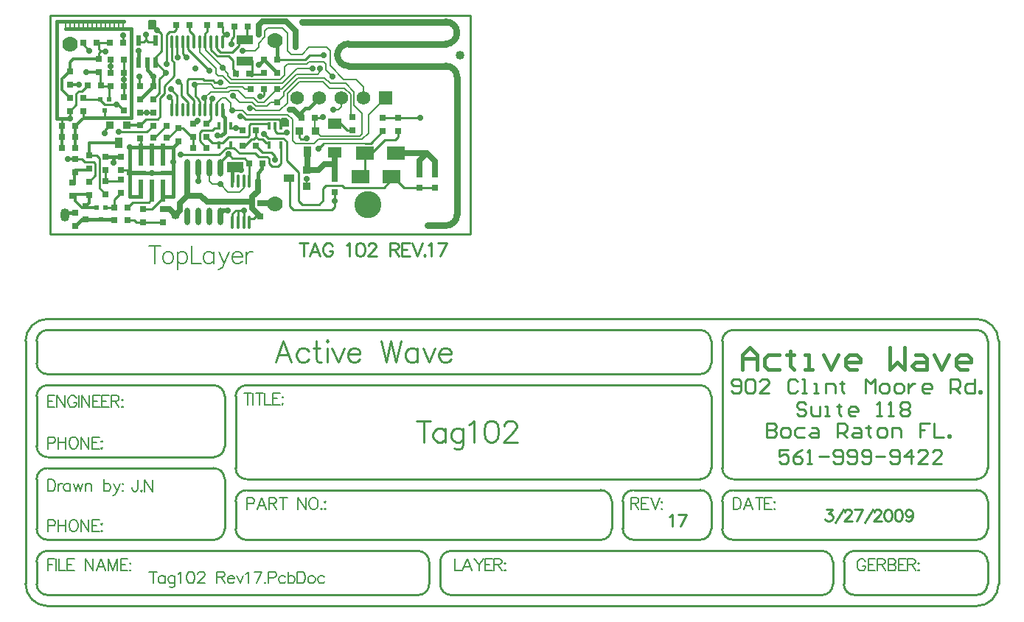
<source format=gtl>
%FSLAX23Y23*%
%MOIN*%
G70*
G01*
G75*
G04 Layer_Physical_Order=1*
G04 Layer_Color=255*
%ADD10C,0.030*%
%ADD11R,0.030X0.030*%
%ADD12R,0.074X0.045*%
%ADD13C,0.040*%
%ADD14R,0.020X0.050*%
%ADD15O,0.016X0.060*%
%ADD16R,0.024X0.024*%
%ADD17O,0.016X0.060*%
%ADD18R,0.030X0.030*%
%ADD19R,0.024X0.100*%
%ADD20R,0.024X0.090*%
%ADD21R,0.070X0.024*%
%ADD22R,0.090X0.024*%
%ADD23O,0.024X0.080*%
%ADD24R,0.075X0.043*%
%ADD25R,0.014X0.035*%
%ADD26R,0.014X0.035*%
%ADD27R,0.050X0.036*%
%ADD28R,0.036X0.036*%
%ADD29R,0.036X0.036*%
%ADD30R,0.036X0.050*%
%ADD31R,0.063X0.051*%
%ADD32R,0.080X0.060*%
%ADD33C,0.010*%
%ADD34C,0.014*%
%ADD35C,0.006*%
%ADD36C,0.016*%
%ADD37C,0.015*%
%ADD38C,0.025*%
%ADD39C,0.012*%
%ADD40C,0.008*%
%ADD41C,0.020*%
%ADD42C,0.005*%
%ADD43C,0.009*%
%ADD44C,0.062*%
%ADD45R,0.062X0.062*%
%ADD46O,0.040X0.060*%
%ADD47C,0.070*%
%ADD48C,0.122*%
%ADD49C,0.028*%
D10*
X-64Y-773D02*
G03*
X-14Y-723I0J50D01*
G01*
Y-100D02*
G03*
X-64Y-50I-50J0D01*
G01*
X-555Y0D02*
G03*
X-505Y-50I50J0D01*
G01*
Y50D02*
G03*
X-555Y0I0J-50D01*
G01*
X-64Y50D02*
G03*
X-14Y100I0J50D01*
G01*
D02*
G03*
X-64Y150I-50J0D01*
G01*
X-146Y-773D02*
X-64D01*
X-14Y-723D02*
Y-100D01*
X-505Y-50D02*
X-64D01*
X-505Y50D02*
X-64D01*
X-714Y150D02*
X-64D01*
D11*
X-280Y-285D02*
D03*
Y-345D02*
D03*
X-1739Y-774D02*
D03*
Y-714D02*
D03*
X-1677Y-455D02*
D03*
Y-515D02*
D03*
X-1678Y-575D02*
D03*
Y-635D02*
D03*
X-1533Y-565D02*
D03*
Y-625D02*
D03*
X-1433Y-699D02*
D03*
Y-759D02*
D03*
X-1343Y-699D02*
D03*
Y-759D02*
D03*
X-487Y-280D02*
D03*
Y-340D02*
D03*
X-1692Y-685D02*
D03*
Y-745D02*
D03*
X-1764Y-194D02*
D03*
Y-254D02*
D03*
X-1634Y-19D02*
D03*
Y-79D02*
D03*
X-1521Y-191D02*
D03*
Y-251D02*
D03*
X-1752Y-579D02*
D03*
Y-639D02*
D03*
X-350Y-285D02*
D03*
Y-345D02*
D03*
X-1764Y-134D02*
D03*
Y-74D02*
D03*
X-1704Y-194D02*
D03*
Y-254D02*
D03*
X-1739Y-471D02*
D03*
Y-531D02*
D03*
X-1532Y-520D02*
D03*
Y-460D02*
D03*
X-1602Y-520D02*
D03*
Y-460D02*
D03*
Y-631D02*
D03*
Y-571D02*
D03*
X-1447Y-318D02*
D03*
Y-378D02*
D03*
X-1275Y-330D02*
D03*
Y-390D02*
D03*
X-1387Y-260D02*
D03*
Y-200D02*
D03*
X-1447Y-260D02*
D03*
Y-200D02*
D03*
X-887Y-80D02*
D03*
Y-20D02*
D03*
X-828Y-80D02*
D03*
Y-20D02*
D03*
X-827Y-155D02*
D03*
Y-215D02*
D03*
X-902Y-673D02*
D03*
Y-733D02*
D03*
X-567Y-560D02*
D03*
Y-620D02*
D03*
X-185Y-540D02*
D03*
Y-600D02*
D03*
X-115Y-540D02*
D03*
Y-600D02*
D03*
D12*
X-1017Y-508D02*
D03*
D13*
X0Y0D02*
D03*
X-1287Y-724D02*
D03*
D14*
X-1452Y-35D02*
D03*
Y65D02*
D03*
X-1377D02*
D03*
X-1415Y-35D02*
D03*
X-1377D02*
D03*
D15*
X-1229Y-247D02*
D03*
X-1177Y60D02*
D03*
X-1075Y-247D02*
D03*
X-1229Y60D02*
D03*
X-1126D02*
D03*
X-1203Y-247D02*
D03*
X-1177D02*
D03*
X-1152Y60D02*
D03*
X-1126Y-247D02*
D03*
X-1101D02*
D03*
X-1075Y60D02*
D03*
X-1305D02*
D03*
X-1280Y-247D02*
D03*
X-1203Y60D02*
D03*
X-1101D02*
D03*
X-1254D02*
D03*
X-1280D02*
D03*
X-1305Y-247D02*
D03*
X-1152D02*
D03*
X-1254D02*
D03*
D16*
X-1606Y-252D02*
D03*
X-1587Y-201D02*
D03*
X-1626D02*
D03*
X-1622Y-744D02*
D03*
X-1603Y-693D02*
D03*
X-1642D02*
D03*
D17*
X-1029Y-572D02*
D03*
X-1003Y-759D02*
D03*
X-978D02*
D03*
X-1029D02*
D03*
X-952Y-572D02*
D03*
X-978D02*
D03*
X-952Y-759D02*
D03*
X-1003Y-572D02*
D03*
D18*
X-1739Y-371D02*
D03*
X-1799D02*
D03*
X-1739Y-421D02*
D03*
X-1799D02*
D03*
X-923Y-411D02*
D03*
X-983D02*
D03*
Y-341D02*
D03*
X-923D02*
D03*
X-1327Y-375D02*
D03*
X-1387D02*
D03*
X-1522Y55D02*
D03*
X-1582D02*
D03*
X-892Y-490D02*
D03*
X-952D02*
D03*
X-1223Y134D02*
D03*
X-1283D02*
D03*
X-1082Y135D02*
D03*
X-1142D02*
D03*
X-947Y-155D02*
D03*
X-887D02*
D03*
X-1208Y-313D02*
D03*
X-1148D02*
D03*
X-1683Y-138D02*
D03*
X-1623D02*
D03*
X-953Y-85D02*
D03*
X-1013D02*
D03*
X-1563Y-749D02*
D03*
X-1503D02*
D03*
X-1147Y-370D02*
D03*
X-1207D02*
D03*
X-1739Y-322D02*
D03*
X-1799D02*
D03*
X-1147Y-420D02*
D03*
X-1207D02*
D03*
X-960Y129D02*
D03*
X-1020D02*
D03*
X-1521Y-141D02*
D03*
X-1581D02*
D03*
X-1504Y-692D02*
D03*
X-1564D02*
D03*
X-1581Y-81D02*
D03*
X-1521D02*
D03*
X-1581Y-23D02*
D03*
X-1521D02*
D03*
X-1327Y-320D02*
D03*
X-1387D02*
D03*
X-1447Y-140D02*
D03*
X-1387D02*
D03*
X-1642Y55D02*
D03*
X-1702D02*
D03*
X-717Y-285D02*
D03*
X-657D02*
D03*
D19*
X-1392Y-614D02*
D03*
X-1342D02*
D03*
X-1343Y-451D02*
D03*
X-1392Y-452D02*
D03*
X-1442D02*
D03*
D20*
Y-609D02*
D03*
D21*
X-1320Y-536D02*
D03*
D22*
X-1462Y-536D02*
D03*
D23*
X-1085Y-731D02*
D03*
X-1185Y-511D02*
D03*
X-1085D02*
D03*
X-1135D02*
D03*
X-1235D02*
D03*
X-1135Y-731D02*
D03*
X-1185D02*
D03*
X-1235D02*
D03*
D24*
X-972Y67D02*
D03*
Y-27D02*
D03*
D25*
X-1090Y-322D02*
D03*
X-1064D02*
D03*
X-1090Y-408D02*
D03*
X-1038D02*
D03*
X-863Y-322D02*
D03*
X-837D02*
D03*
X-863Y-408D02*
D03*
X-811D02*
D03*
D26*
X-1038Y-322D02*
D03*
X-811D02*
D03*
D27*
X-772Y-557D02*
D03*
D28*
X-692Y-520D02*
D03*
Y-595D02*
D03*
D29*
X-652Y-345D02*
D03*
X-727D02*
D03*
X-1582Y-318D02*
D03*
X-1507D02*
D03*
D30*
X-689Y-439D02*
D03*
X-1545Y-398D02*
D03*
D31*
X-568Y-311D02*
D03*
Y-441D02*
D03*
D32*
X-430Y-445D02*
D03*
X-290D02*
D03*
X-310Y-550D02*
D03*
X-450D02*
D03*
D33*
X-280Y-285D02*
X-180D01*
X-350D02*
X-280D01*
X-185Y-600D02*
X-115D01*
X-255D02*
X-185D01*
X-1090Y-398D02*
X-1073D01*
X-1119D02*
X-1090D01*
X-1417Y-260D02*
X-1387D01*
X-1447D02*
X-1417D01*
X-1038Y-420D02*
X-1023D01*
X-1058D02*
X-1038D01*
X-1126Y-247D02*
Y-204D01*
Y-291D02*
Y-247D01*
X-962Y129D02*
Y135D01*
Y77D02*
Y129D01*
X-1015Y-87D02*
X-1007Y-95D01*
X-887Y-88D02*
X-881D01*
X-940D02*
X-887D01*
X-941Y-27D02*
Y-26D01*
Y-85D02*
Y-27D01*
Y-87D02*
Y-85D01*
Y-95D02*
Y-89D01*
X-940Y-88D01*
X-945Y-93D02*
X-941Y-89D01*
X-947Y-95D02*
X-945Y-93D01*
X-1396Y138D02*
X-1370Y112D01*
X-567Y-662D02*
Y-620D01*
Y-687D02*
Y-662D01*
X-771Y-684D02*
Y-557D01*
X-1555Y-226D02*
X-1546D01*
X-1606D02*
X-1555D01*
X-1521Y-81D02*
Y-23D01*
Y-112D02*
Y-81D01*
Y-141D02*
Y-112D01*
Y-191D02*
Y-141D01*
X-1799Y-322D02*
Y-287D01*
Y-339D02*
Y-322D01*
X-1626Y-135D02*
X-1623Y-138D01*
X-1620Y-141D01*
X-828Y-355D02*
X-785D01*
X-1025Y129D02*
Y132D01*
Y81D02*
Y129D01*
X-1003Y-704D02*
X-1003Y-704D01*
X-1004Y-705D02*
X-1003Y-704D01*
Y-759D02*
Y-704D01*
X-1392Y-418D02*
X-1387Y-413D01*
X-1581Y-51D02*
Y-23D01*
Y-81D02*
Y-51D01*
X-1704Y55D02*
Y58D01*
Y47D02*
Y55D01*
X-1442Y-418D02*
Y-383D01*
X-1494Y-520D02*
X-1492Y-518D01*
X-1564Y-692D02*
Y-656D01*
Y-693D02*
Y-692D01*
X-1603Y-693D02*
X-1564D01*
X-1433Y-759D02*
X-1343D01*
X-1463D02*
X-1433D01*
X-692Y-381D02*
X-690Y-379D01*
X-719Y-381D02*
X-692D01*
X-1184Y-301D02*
X-1183Y-300D01*
X-1191Y-308D02*
X-1184Y-301D01*
X-1379Y62D02*
X-1377Y60D01*
X-1379Y65D02*
Y76D01*
Y62D02*
Y65D01*
Y58D02*
Y62D01*
X-1014Y-331D02*
X-983D01*
X-1038D02*
X-1014D01*
X-1454Y65D02*
Y76D01*
Y63D02*
Y65D01*
Y63D02*
X-1448Y57D01*
X-1152Y60D02*
Y99D01*
Y60D02*
Y60D01*
X-657Y-284D02*
X-625D01*
X-657D02*
X-657D01*
X-1038Y-330D02*
Y-322D01*
X-1065Y92D02*
X-1054D01*
X-727Y-373D02*
X-719Y-381D01*
X-727Y-373D02*
Y-345D01*
X-828Y-20D02*
X-699D01*
X-680Y-1D02*
X-620D01*
X-699Y-20D02*
X-680Y-1D01*
X-1003Y-704D02*
X-978D01*
X-1015Y-705D02*
X-1004D01*
X-1029Y-719D02*
X-1015Y-705D01*
X-1029Y-759D02*
Y-719D01*
X-998Y-445D02*
X-926D01*
X-910Y-461D01*
X-872D01*
X-625Y-284D02*
X-621Y-280D01*
X-641Y-424D02*
X-617Y-400D01*
X-568Y-311D02*
X-540D01*
X-511Y-340D01*
X-487D01*
X-1075Y60D02*
Y82D01*
X-1196Y-187D02*
X-1185Y-198D01*
X-1196Y-187D02*
Y-142D01*
X-1185Y-204D02*
Y-198D01*
X-1235Y-174D02*
Y-116D01*
Y-174D02*
X-1203Y-206D01*
X-1260Y-185D02*
Y-130D01*
Y-185D02*
X-1229Y-216D01*
X-1275Y-120D02*
X-1270D01*
X-1260Y-130D01*
X-1156Y-195D02*
X-1152Y-199D01*
Y-247D02*
Y-199D01*
X-1028Y-64D02*
X-1013Y-79D01*
Y-85D02*
Y-79D01*
X-1028Y-64D02*
Y-26D01*
X-941Y-87D02*
X-940Y-88D01*
X-581Y-701D02*
X-567Y-687D01*
X-771Y-684D02*
X-754Y-701D01*
X-581D01*
X-866Y-377D02*
X-799D01*
X-886Y-357D02*
X-866Y-377D01*
X-730Y-660D02*
X-713Y-677D01*
X-637D01*
X-785Y-478D02*
Y-391D01*
X-730Y-660D02*
Y-533D01*
X-785Y-478D02*
X-730Y-533D01*
X-637Y-677D02*
X-619Y-659D01*
Y-604D01*
X-607Y-592D01*
X-799Y-377D02*
X-785Y-391D01*
X-1038Y-243D02*
X-1031Y-250D01*
X-952Y-572D02*
Y-490D01*
X-1075Y102D02*
X-1065Y92D01*
X-1075Y82D02*
X-1065Y92D01*
X-1075Y102D02*
Y128D01*
X-902Y-188D02*
X-893D01*
X-887Y-182D01*
Y-155D01*
X-1085Y-486D02*
X-1048Y-449D01*
X-1263Y-452D02*
X-1090D01*
X-1126Y-204D02*
X-1119Y-197D01*
X-1101Y-247D02*
Y-218D01*
X-821Y-290D02*
X-811Y-300D01*
Y-322D02*
Y-300D01*
X-972Y-27D02*
X-951D01*
X-943Y-35D01*
X-1101Y29D02*
Y60D01*
X-1082Y135D02*
X-1075Y128D01*
X-1145Y132D02*
X-1142Y135D01*
X-1145Y106D02*
Y132D01*
X-1152Y99D02*
X-1145Y106D01*
X-1603Y17D02*
X-1602Y16D01*
X-1625Y17D02*
X-1603D01*
X-1642Y55D02*
X-1582D01*
X-1634Y-19D02*
Y9D01*
Y26D02*
X-1625Y17D01*
X-1634Y9D02*
X-1625Y17D01*
X-1634Y26D02*
Y48D01*
X-1709Y-164D02*
X-1683Y-138D01*
X-1724Y-164D02*
X-1709D01*
X-1736Y-176D02*
X-1724Y-164D01*
X-1736Y-226D02*
Y-176D01*
X-1764Y-254D02*
X-1736Y-226D01*
X-978Y-759D02*
Y-704D01*
X-1504Y-692D02*
X-1480Y-668D01*
X-1407D01*
X-1392Y-653D01*
Y-634D01*
X-1564Y-656D02*
X-1533Y-625D01*
X-1602Y-571D02*
X-1539D01*
X-1533Y-565D01*
X-1602Y-571D02*
Y-520D01*
X-1532Y-460D02*
X-1532Y-460D01*
Y-520D02*
X-1494D01*
X-1457Y60D02*
X-1454Y63D01*
X-1568Y-744D02*
X-1563Y-749D01*
X-1503D02*
X-1473D01*
X-1463Y-759D01*
X-932Y-741D02*
X-924Y-733D01*
X-1447Y-378D02*
X-1442Y-383D01*
X-1606Y-356D02*
Y-342D01*
X-1582Y-318D01*
X-1626Y-206D02*
Y-201D01*
X-1546Y-226D02*
X-1521Y-251D01*
X-1626Y-206D02*
X-1606Y-226D01*
X-1587Y-201D02*
Y-147D01*
X-1581Y-141D01*
X-1620D02*
X-1581D01*
X-1626Y-135D02*
Y-87D01*
X-1634Y-79D02*
X-1626Y-87D01*
X-1642Y55D02*
X-1634Y48D01*
X-1704Y47D02*
X-1677Y20D01*
X-1380Y57D02*
X-1379Y58D01*
X-1683Y-139D02*
Y-138D01*
X-1764Y-287D02*
Y-254D01*
X-1451Y-136D02*
X-1447Y-140D01*
X-1451Y-136D02*
Y-98D01*
X-1524Y63D02*
Y89D01*
X-1704Y-194D02*
X-1697Y-201D01*
X-1626D01*
X-1387Y-375D02*
X-1382D01*
X-1327Y-320D01*
X-1416Y-349D02*
X-1387Y-320D01*
X-1543Y-349D02*
X-1416D01*
X-1544Y-348D02*
X-1543Y-349D01*
X-1207Y-420D02*
Y-370D01*
X-1085Y-511D02*
Y-486D01*
X-1178Y-389D02*
X-1147Y-420D01*
Y-370D02*
X-1119Y-398D01*
X-1447Y-318D02*
X-1419Y-290D01*
X-975Y-467D02*
X-952Y-490D01*
X-1048Y-449D02*
X-1030Y-467D01*
X-975D01*
X-923Y-411D02*
X-894Y-440D01*
X-1023Y-420D02*
X-998Y-445D01*
X-1090Y-452D02*
X-1058Y-420D01*
X-1073Y-398D02*
X-1047Y-372D01*
X-863Y-321D02*
Y-311D01*
Y-321D02*
X-863Y-322D01*
X-952Y-317D02*
X-946Y-311D01*
X-863D01*
X-959Y-372D02*
X-952Y-365D01*
X-1047Y-372D02*
X-959D01*
X-952Y-365D02*
Y-317D01*
X-983Y-411D02*
X-972D01*
X-942Y-381D01*
X-933D01*
X-923Y-371D01*
Y-341D01*
X-1178Y-389D02*
Y-352D01*
X-1167Y-341D01*
X-1111Y-332D02*
X-1090D01*
Y-322D01*
X-1090Y-322D01*
X-1120Y-341D02*
X-1111Y-332D01*
X-1167Y-341D02*
X-1120D01*
X-1148Y-313D02*
X-1126Y-291D01*
X-1208Y-313D02*
X-1203Y-308D01*
X-1191D01*
X-924Y-733D02*
X-902D01*
X-1126Y22D02*
Y60D01*
X-1098Y-6D02*
X-1048D01*
X-1028Y-26D01*
X-1126Y22D02*
X-1098Y-6D01*
X-1280Y-9D02*
Y60D01*
X-1254Y5D02*
Y60D01*
Y5D02*
X-1238Y-11D01*
X-1356Y-279D02*
Y-194D01*
X-995Y-277D02*
X-983D01*
X-970Y-290D01*
X-821D01*
X-911Y-383D02*
X-893D01*
X-923Y-371D02*
X-911Y-383D01*
X-893D02*
X-878Y-398D01*
X-863D01*
X-811Y-408D02*
X-810Y-410D01*
X-872Y-461D02*
X-864Y-469D01*
X-894Y-440D02*
X-855D01*
X-837Y-475D02*
Y-458D01*
X-855Y-440D02*
X-837Y-458D01*
Y-346D02*
Y-322D01*
Y-346D02*
X-828Y-355D01*
X-1328Y91D02*
X-1314Y105D01*
X-1292D01*
X-1283Y114D01*
Y134D01*
X-1203Y60D02*
Y89D01*
X-1223Y109D02*
Y134D01*
Y109D02*
X-1203Y89D01*
X-1109Y-124D02*
X-1085D01*
X-1118Y-115D02*
X-1109Y-124D01*
X-1308Y-156D02*
X-1280Y-184D01*
Y-247D02*
Y-184D01*
X-1203Y-247D02*
Y-206D01*
X-1177Y-247D02*
Y-212D01*
X-1185Y-204D02*
X-1177Y-212D01*
X-827Y-158D02*
Y-155D01*
X-1235Y-116D02*
X-1228Y-109D01*
X-1162D01*
X-1156Y-115D01*
X-1118D01*
X-1305Y-23D02*
X-1293Y-35D01*
X-1305Y-23D02*
Y60D01*
X-1328Y-40D02*
Y91D01*
X-1020Y129D02*
X-1016D01*
X-1433Y-699D02*
X-1394D01*
X-1346Y-651D02*
Y-647D01*
X-1342Y-643D01*
X-1394Y-699D02*
X-1346Y-651D01*
X-1035Y49D02*
Y71D01*
X-1025Y81D01*
X-1420Y67D02*
Y92D01*
Y67D02*
X-1411Y58D01*
X-1429D02*
X-1420Y67D01*
X-1411Y58D02*
X-1380D01*
X-1448D02*
X-1429D01*
X-952Y-741D02*
X-932D01*
X-1630Y-603D02*
X-1602Y-631D01*
X-1642Y-455D02*
X-1630Y-467D01*
X-1677Y-455D02*
X-1642D01*
X-1630Y-603D02*
Y-467D01*
X-1678Y-575D02*
X-1649Y-546D01*
Y-492D01*
X-1656Y-485D02*
X-1649Y-492D01*
X-1697Y-485D02*
X-1656D01*
X-1711Y-471D02*
X-1697Y-485D01*
X-1739Y-471D02*
X-1711D01*
X-1101Y29D02*
X-1085Y13D01*
X-1031D01*
X-1001Y43D02*
Y62D01*
X-996Y67D01*
X-972D01*
X-1031Y13D02*
X-1001Y43D01*
X-1215Y-370D02*
X-1207D01*
X-1255Y-330D02*
X-1215Y-370D01*
X-1275Y-330D02*
X-1255D01*
X-1327Y-375D02*
X-1320D01*
X-1275Y-330D01*
X-1305Y-247D02*
Y-203D01*
X-1315Y-193D02*
X-1305Y-203D01*
X-1229Y24D02*
Y60D01*
Y24D02*
X-1135Y-70D01*
X-1229Y-247D02*
Y-216D01*
X-1293Y-95D02*
Y-35D01*
X-1338Y-140D02*
X-1293Y-95D01*
X-1338Y-176D02*
Y-140D01*
X-1356Y-194D02*
X-1338Y-176D01*
X-1367Y-290D02*
X-1356Y-279D01*
X-1419Y-290D02*
X-1367D01*
X-1387Y-200D02*
X-1359Y-172D01*
X-1368Y113D02*
X-1350Y95D01*
X-1369Y113D02*
X-1368D01*
X-1350Y17D02*
Y95D01*
X-1377Y-10D02*
X-1350Y17D01*
X-1377Y-35D02*
Y-10D01*
Y-35D02*
X-1375D01*
X-1330Y-80D01*
X-1359Y-172D02*
Y-109D01*
X-1330Y-80D01*
X-1606Y-284D02*
X-1606Y-284D01*
X-1606Y-284D02*
Y-252D01*
Y-284D02*
X-1606Y-284D01*
X-1704Y-281D02*
Y-254D01*
Y-281D02*
X-1701Y-284D01*
X-533Y-592D02*
X-525Y-600D01*
X-345D01*
X-310Y-565D01*
Y-550D01*
X-607Y-592D02*
X-533D01*
X-310Y-550D02*
X-305D01*
X-255Y-600D01*
X-430Y-400D02*
X-405D01*
X-350Y-345D01*
X-430Y-445D02*
X-400D01*
X-340Y-385D01*
X-295D01*
X-280Y-370D01*
Y-345D01*
X-430Y-530D02*
Y-445D01*
X-450Y-550D02*
X-430Y-530D01*
X-864Y-490D02*
Y-469D01*
X-810Y-490D02*
Y-410D01*
X-825Y-505D02*
X-810Y-490D01*
X-849Y-505D02*
X-825D01*
X-864Y-490D02*
X-849Y-505D01*
X-840Y-673D02*
X-837Y-676D01*
X-1854Y-811D02*
Y178D01*
Y-811D02*
X48D01*
X-1854Y178D02*
X48D01*
Y-811D02*
Y178D01*
X-706Y-852D02*
Y-912D01*
X-726Y-852D02*
X-686D01*
X-633Y-912D02*
X-656Y-852D01*
X-679Y-912D01*
X-670Y-892D02*
X-642D01*
X-576Y-866D02*
X-579Y-861D01*
X-585Y-855D01*
X-591Y-852D01*
X-602D01*
X-608Y-855D01*
X-613Y-861D01*
X-616Y-866D01*
X-619Y-875D01*
Y-889D01*
X-616Y-898D01*
X-613Y-903D01*
X-608Y-909D01*
X-602Y-912D01*
X-591D01*
X-585Y-909D01*
X-579Y-903D01*
X-576Y-898D01*
Y-889D01*
X-591D02*
X-576D01*
X-515Y-863D02*
X-510Y-861D01*
X-501Y-852D01*
Y-912D01*
X-454Y-852D02*
X-463Y-855D01*
X-469Y-863D01*
X-471Y-878D01*
Y-886D01*
X-469Y-901D01*
X-463Y-909D01*
X-454Y-912D01*
X-449D01*
X-440Y-909D01*
X-434Y-901D01*
X-431Y-886D01*
Y-878D01*
X-434Y-863D01*
X-440Y-855D01*
X-449Y-852D01*
X-454D01*
X-415Y-866D02*
Y-863D01*
X-412Y-858D01*
X-409Y-855D01*
X-404Y-852D01*
X-392D01*
X-387Y-855D01*
X-384Y-858D01*
X-381Y-863D01*
Y-869D01*
X-384Y-875D01*
X-390Y-883D01*
X-418Y-912D01*
X-378D01*
X-318Y-852D02*
Y-912D01*
Y-852D02*
X-292D01*
X-283Y-855D01*
X-280Y-858D01*
X-278Y-863D01*
Y-869D01*
X-280Y-875D01*
X-283Y-878D01*
X-292Y-881D01*
X-318D01*
X-298D02*
X-278Y-912D01*
X-227Y-852D02*
X-264D01*
Y-912D01*
X-227D01*
X-264Y-881D02*
X-241D01*
X-217Y-852D02*
X-194Y-912D01*
X-171Y-852D02*
X-194Y-912D01*
X-161Y-906D02*
X-164Y-909D01*
X-161Y-912D01*
X-158Y-909D01*
X-161Y-906D01*
X-145Y-863D02*
X-139Y-861D01*
X-130Y-852D01*
Y-912D01*
X-61Y-852D02*
X-89Y-912D01*
X-101Y-852D02*
X-61D01*
X2385Y-2020D02*
G03*
X2336Y-1971I-49J0D01*
G01*
X1235D02*
G03*
X1185Y-2021I0J-50D01*
G01*
X2335Y-1921D02*
G03*
X2385Y-1871I0J50D01*
G01*
X1185D02*
G03*
X1235Y-1921I50J0D01*
G01*
X-1865Y-1196D02*
G03*
X-1965Y-1296I0J-100D01*
G01*
Y-2395D02*
G03*
X-1866Y-2496I101J0D01*
G01*
X2335Y-2496D02*
G03*
X2435Y-2396I0J100D01*
G01*
Y-1296D02*
G03*
X2335Y-1196I-100J0D01*
G01*
X2385Y-1295D02*
G03*
X2334Y-1246I-49J0D01*
G01*
X2335Y-2196D02*
G03*
X2385Y-2146I0J50D01*
G01*
X2385Y-2295D02*
G03*
X2335Y-2246I-50J-1D01*
G01*
Y-2446D02*
G03*
X2385Y-2396I0J50D01*
G01*
X1085Y-2196D02*
G03*
X1135Y-2146I0J50D01*
G01*
X1185Y-2147D02*
G03*
X1235Y-2196I49J0D01*
G01*
X1135Y-2020D02*
G03*
X1086Y-1971I-49J0D01*
G01*
X-1915Y-2396D02*
G03*
X-1866Y-2446I50J0D01*
G01*
X1086Y-1921D02*
G03*
X1135Y-1871I-1J50D01*
G01*
X-1865Y-2246D02*
G03*
X-1915Y-2296I0J-50D01*
G01*
X1135Y-1546D02*
G03*
X1085Y-1496I-50J0D01*
G01*
Y-1446D02*
G03*
X1135Y-1396I0J50D01*
G01*
X1235Y-1246D02*
G03*
X1185Y-1296I0J-50D01*
G01*
X1135D02*
G03*
X1085Y-1246I-50J0D01*
G01*
X-1865D02*
G03*
X-1915Y-1296I0J-50D01*
G01*
Y-1396D02*
G03*
X-1865Y-1446I50J0D01*
G01*
Y-1496D02*
G03*
X-1915Y-1546I0J-50D01*
G01*
Y-1771D02*
G03*
X-1865Y-1821I50J0D01*
G01*
Y-1871D02*
G03*
X-1915Y-1921I0J-50D01*
G01*
Y-2146D02*
G03*
X-1866Y-2196I50J0D01*
G01*
X-965Y-1496D02*
G03*
X-1015Y-1546I0J-50D01*
G01*
X-965Y-1971D02*
G03*
X-1015Y-2021I0J-50D01*
G01*
X783Y-1971D02*
G03*
X735Y-2022I0J-48D01*
G01*
X735Y-2145D02*
G03*
X785Y-2196I51J0D01*
G01*
X636Y-2196D02*
G03*
X685Y-2146I0J49D01*
G01*
X685Y-2020D02*
G03*
X636Y-1971I-49J0D01*
G01*
X-1114Y-2196D02*
G03*
X-1065Y-2147I0J49D01*
G01*
X-1015D02*
G03*
X-966Y-2196I49J0D01*
G01*
X-1015Y-1872D02*
G03*
X-966Y-1921I49J0D01*
G01*
X-1065Y-1920D02*
G03*
X-1116Y-1871I-49J0D01*
G01*
X-1113Y-1821D02*
G03*
X-1065Y-1773I0J48D01*
G01*
Y-1545D02*
G03*
X-1114Y-1496I-49J0D01*
G01*
X1785Y-2246D02*
G03*
X1735Y-2296I0J-50D01*
G01*
Y-2397D02*
G03*
X1785Y-2446I49J0D01*
G01*
X1636Y-2446D02*
G03*
X1685Y-2397I1J48D01*
G01*
X1685Y-2296D02*
G03*
X1635Y-2246I-50J0D01*
G01*
X-90Y-2396D02*
G03*
X-41Y-2446I50J0D01*
G01*
X-40Y-2246D02*
G03*
X-90Y-2296I0J-50D01*
G01*
X-189Y-2446D02*
G03*
X-140Y-2397I1J48D01*
G01*
X-140Y-2296D02*
G03*
X-190Y-2246I-50J0D01*
G01*
X2385Y-2146D02*
Y-2020D01*
X1185Y-2146D02*
Y-2021D01*
X2385Y-1871D02*
Y-1296D01*
X1185Y-1871D02*
Y-1296D01*
X-1965Y-2396D02*
Y-1296D01*
X-1915Y-2396D02*
Y-2296D01*
X2385Y-2396D02*
Y-2296D01*
X1135Y-2146D02*
Y-2021D01*
X735Y-2146D02*
Y-2021D01*
X-1015Y-2146D02*
Y-2021D01*
X685Y-2146D02*
Y-2021D01*
X-1015Y-1871D02*
Y-1546D01*
X1135Y-1871D02*
Y-1546D01*
Y-1396D02*
Y-1296D01*
X-1915Y-1396D02*
Y-1296D01*
X-1065Y-1771D02*
Y-1546D01*
X-1915Y-1771D02*
Y-1546D01*
X-1065Y-2146D02*
Y-1921D01*
X-1915Y-2146D02*
Y-1921D01*
X2435Y-2396D02*
Y-1296D01*
X1735Y-2396D02*
Y-2296D01*
X1685Y-2396D02*
Y-2296D01*
X-90Y-2396D02*
Y-2296D01*
X-140Y-2396D02*
Y-2296D01*
X1235Y-1971D02*
X2335D01*
X1235Y-1921D02*
X2335D01*
X-965D02*
X1085D01*
X1235Y-1246D02*
X2335D01*
X1235Y-2196D02*
X2335D01*
X785Y-1971D02*
X1085D01*
X785Y-2196D02*
X1085D01*
X-965D02*
X635D01*
X-965Y-1971D02*
X635D01*
X-965Y-1496D02*
X1085D01*
X-1865Y-1446D02*
X1085D01*
X-1865Y-1496D02*
X-1115D01*
X-1865Y-1821D02*
X-1115D01*
X-1865Y-1871D02*
X-1115D01*
X-1865Y-2196D02*
X-1115D01*
X-1865Y-1196D02*
X2335D01*
X-1865Y-2496D02*
X2335D01*
X-1865Y-1246D02*
X1085D01*
X1785Y-2246D02*
X2335D01*
X1785Y-2446D02*
X2335D01*
X-40Y-2246D02*
X1635D01*
X-1865D02*
X-190D01*
X-1865Y-2446D02*
X-190D01*
X-40D02*
X1635D01*
X1564Y-1583D02*
X1554Y-1572D01*
X1532D01*
X1522Y-1583D01*
Y-1593D01*
X1532Y-1604D01*
X1554D01*
X1564Y-1615D01*
Y-1625D01*
X1554Y-1636D01*
X1532D01*
X1522Y-1625D01*
X1586Y-1593D02*
Y-1625D01*
X1596Y-1636D01*
X1628D01*
Y-1593D01*
X1649Y-1636D02*
X1671D01*
X1660D01*
Y-1593D01*
X1649D01*
X1713Y-1583D02*
Y-1593D01*
X1703D01*
X1724D01*
X1713D01*
Y-1625D01*
X1724Y-1636D01*
X1788D02*
X1767D01*
X1756Y-1625D01*
Y-1604D01*
X1767Y-1593D01*
X1788D01*
X1799Y-1604D01*
Y-1615D01*
X1756D01*
X1884Y-1636D02*
X1905D01*
X1895D01*
Y-1572D01*
X1884Y-1583D01*
X1937Y-1636D02*
X1959D01*
X1948D01*
Y-1572D01*
X1937Y-1583D01*
X1991D02*
X2001Y-1572D01*
X2023D01*
X2033Y-1583D01*
Y-1593D01*
X2023Y-1604D01*
X2033Y-1615D01*
Y-1625D01*
X2023Y-1636D01*
X2001D01*
X1991Y-1625D01*
Y-1615D01*
X2001Y-1604D01*
X1991Y-1593D01*
Y-1583D01*
X2001Y-1604D02*
X2023D01*
X1484Y-1787D02*
X1442D01*
Y-1819D01*
X1463Y-1808D01*
X1474D01*
X1484Y-1819D01*
Y-1840D01*
X1474Y-1851D01*
X1452D01*
X1442Y-1840D01*
X1548Y-1787D02*
X1527Y-1798D01*
X1506Y-1819D01*
Y-1840D01*
X1516Y-1851D01*
X1537D01*
X1548Y-1840D01*
Y-1830D01*
X1537Y-1819D01*
X1506D01*
X1569Y-1851D02*
X1591D01*
X1580D01*
Y-1787D01*
X1569Y-1798D01*
X1623Y-1819D02*
X1665D01*
X1687Y-1840D02*
X1697Y-1851D01*
X1719D01*
X1729Y-1840D01*
Y-1798D01*
X1719Y-1787D01*
X1697D01*
X1687Y-1798D01*
Y-1808D01*
X1697Y-1819D01*
X1729D01*
X1751Y-1840D02*
X1761Y-1851D01*
X1783D01*
X1793Y-1840D01*
Y-1798D01*
X1783Y-1787D01*
X1761D01*
X1751Y-1798D01*
Y-1808D01*
X1761Y-1819D01*
X1793D01*
X1815Y-1840D02*
X1825Y-1851D01*
X1847D01*
X1857Y-1840D01*
Y-1798D01*
X1847Y-1787D01*
X1825D01*
X1815Y-1798D01*
Y-1808D01*
X1825Y-1819D01*
X1857D01*
X1879D02*
X1921D01*
X1943Y-1840D02*
X1953Y-1851D01*
X1975D01*
X1985Y-1840D01*
Y-1798D01*
X1975Y-1787D01*
X1953D01*
X1943Y-1798D01*
Y-1808D01*
X1953Y-1819D01*
X1985D01*
X2039Y-1851D02*
Y-1787D01*
X2007Y-1819D01*
X2049D01*
X2113Y-1851D02*
X2071D01*
X2113Y-1808D01*
Y-1798D01*
X2103Y-1787D01*
X2081D01*
X2071Y-1798D01*
X2177Y-1851D02*
X2135D01*
X2177Y-1808D01*
Y-1798D01*
X2167Y-1787D01*
X2145D01*
X2135Y-1798D01*
X1227Y-1520D02*
X1237Y-1531D01*
X1259D01*
X1269Y-1520D01*
Y-1478D01*
X1259Y-1467D01*
X1237D01*
X1227Y-1478D01*
Y-1488D01*
X1237Y-1499D01*
X1269D01*
X1291Y-1478D02*
X1301Y-1467D01*
X1322D01*
X1333Y-1478D01*
Y-1520D01*
X1322Y-1531D01*
X1301D01*
X1291Y-1520D01*
Y-1478D01*
X1397Y-1531D02*
X1354D01*
X1397Y-1488D01*
Y-1478D01*
X1386Y-1467D01*
X1365D01*
X1354Y-1478D01*
X1525D02*
X1514Y-1467D01*
X1493D01*
X1482Y-1478D01*
Y-1520D01*
X1493Y-1531D01*
X1514D01*
X1525Y-1520D01*
X1546Y-1531D02*
X1568D01*
X1557D01*
Y-1467D01*
X1546D01*
X1600Y-1531D02*
X1621D01*
X1610D01*
Y-1488D01*
X1600D01*
X1653Y-1531D02*
Y-1488D01*
X1685D01*
X1696Y-1499D01*
Y-1531D01*
X1728Y-1478D02*
Y-1488D01*
X1717D01*
X1738D01*
X1728D01*
Y-1520D01*
X1738Y-1531D01*
X1834D02*
Y-1467D01*
X1856Y-1488D01*
X1877Y-1467D01*
Y-1531D01*
X1909D02*
X1930D01*
X1941Y-1520D01*
Y-1499D01*
X1930Y-1488D01*
X1909D01*
X1898Y-1499D01*
Y-1520D01*
X1909Y-1531D01*
X1973D02*
X1994D01*
X2005Y-1520D01*
Y-1499D01*
X1994Y-1488D01*
X1973D01*
X1962Y-1499D01*
Y-1520D01*
X1973Y-1531D01*
X2026Y-1488D02*
Y-1531D01*
Y-1510D01*
X2037Y-1499D01*
X2048Y-1488D01*
X2058D01*
X2122Y-1531D02*
X2101D01*
X2090Y-1520D01*
Y-1499D01*
X2101Y-1488D01*
X2122D01*
X2133Y-1499D01*
Y-1510D01*
X2090D01*
X2218Y-1531D02*
Y-1467D01*
X2250D01*
X2261Y-1478D01*
Y-1499D01*
X2250Y-1510D01*
X2218D01*
X2240D02*
X2261Y-1531D01*
X2325Y-1467D02*
Y-1531D01*
X2293D01*
X2282Y-1520D01*
Y-1499D01*
X2293Y-1488D01*
X2325D01*
X2346Y-1531D02*
Y-1520D01*
X2357D01*
Y-1531D01*
X2346D01*
X1387Y-1667D02*
Y-1731D01*
X1419D01*
X1429Y-1720D01*
Y-1710D01*
X1419Y-1699D01*
X1387D01*
X1419D01*
X1429Y-1688D01*
Y-1678D01*
X1419Y-1667D01*
X1387D01*
X1461Y-1731D02*
X1482D01*
X1493Y-1720D01*
Y-1699D01*
X1482Y-1688D01*
X1461D01*
X1451Y-1699D01*
Y-1720D01*
X1461Y-1731D01*
X1557Y-1688D02*
X1525D01*
X1514Y-1699D01*
Y-1720D01*
X1525Y-1731D01*
X1557D01*
X1589Y-1688D02*
X1610D01*
X1621Y-1699D01*
Y-1731D01*
X1589D01*
X1578Y-1720D01*
X1589Y-1710D01*
X1621D01*
X1706Y-1731D02*
Y-1667D01*
X1738D01*
X1749Y-1678D01*
Y-1699D01*
X1738Y-1710D01*
X1706D01*
X1728D02*
X1749Y-1731D01*
X1781Y-1688D02*
X1802D01*
X1813Y-1699D01*
Y-1731D01*
X1781D01*
X1770Y-1720D01*
X1781Y-1710D01*
X1813D01*
X1845Y-1678D02*
Y-1688D01*
X1834D01*
X1856D01*
X1845D01*
Y-1720D01*
X1856Y-1731D01*
X1898D02*
X1920D01*
X1930Y-1720D01*
Y-1699D01*
X1920Y-1688D01*
X1898D01*
X1888Y-1699D01*
Y-1720D01*
X1898Y-1731D01*
X1952D02*
Y-1688D01*
X1984D01*
X1994Y-1699D01*
Y-1731D01*
X2122Y-1667D02*
X2080D01*
Y-1699D01*
X2101D01*
X2080D01*
Y-1731D01*
X2144Y-1667D02*
Y-1731D01*
X2186D01*
X2208D02*
Y-1720D01*
X2218D01*
Y-1731D01*
X2208D01*
X48Y-811D02*
Y178D01*
X-1854D02*
X48D01*
X-1854Y-811D02*
X48D01*
X-1854D02*
Y178D01*
D34*
X-1739Y-371D02*
Y-322D01*
Y-421D02*
Y-371D01*
X-1799D02*
Y-322D01*
Y-421D02*
Y-371D01*
X-1689Y-79D02*
X-1634D01*
X-1799Y-159D02*
X-1764Y-194D01*
X-1799Y-159D02*
Y-109D01*
X-1764Y-74D01*
Y-34D01*
X-1749Y-19D01*
X-1634D01*
X-1764Y-134D02*
X-1722D01*
X-1739Y-322D02*
X-1701Y-284D01*
D35*
X-1583Y119D02*
Y152D01*
X-1563Y119D02*
Y152D01*
X-1603Y119D02*
Y152D01*
X-1523Y119D02*
Y152D01*
X-1543Y119D02*
Y152D01*
X-1663Y119D02*
Y152D01*
X-1703Y119D02*
Y152D01*
X-1623Y119D02*
Y152D01*
X-1643Y119D02*
Y152D01*
X-1683Y119D02*
Y152D01*
X-1723Y119D02*
Y152D01*
X-1743Y119D02*
Y152D01*
X-1763Y119D02*
Y152D01*
X-1783Y119D02*
Y152D01*
D36*
X-1523Y119D02*
X-1487D01*
X-1543D02*
X-1523D01*
X-1563D02*
X-1543D01*
X-1583D02*
X-1563D01*
X-1603D02*
X-1583D01*
X-1623D02*
X-1603D01*
X-1643D02*
X-1623D01*
X-1663D02*
X-1643D01*
X-1683D02*
X-1663D01*
X-1703D02*
X-1683D01*
X-1723D02*
X-1703D01*
X-1743D02*
X-1723D01*
X-1763D02*
X-1743D01*
X-1783D02*
X-1763D01*
X-1523Y152D02*
X-1520D01*
X-1543D02*
X-1523D01*
X-1563D02*
X-1543D01*
X-1583D02*
X-1563D01*
X-1603D02*
X-1583D01*
X-1623D02*
X-1603D01*
X-1643D02*
X-1623D01*
X-1663D02*
X-1643D01*
X-1683D02*
X-1663D01*
X-1703D02*
X-1683D01*
X-1723D02*
X-1703D01*
X-1743D02*
X-1723D01*
X-1763D02*
X-1743D01*
X-1783D02*
X-1763D01*
X-1824D02*
X-1783D01*
X-1799Y-287D02*
X-1764D01*
X-1824D02*
X-1799D01*
X-1487Y-284D02*
Y119D01*
X-1824Y-287D02*
Y152D01*
X-1029Y-508D02*
X-1017D01*
X-1029Y-572D02*
Y-508D01*
X-1606Y-284D02*
X-1487D01*
X-1701D02*
X-1606D01*
D37*
X-887Y-21D02*
X-828Y-80D01*
X-887Y-21D02*
X-887Y-20D01*
X-911Y-44D02*
X-887Y-21D01*
X-1064Y-322D02*
Y-286D01*
Y-350D02*
Y-322D01*
X-1343Y-418D02*
X-1297D01*
X-1392D02*
X-1343D01*
X-1442D02*
X-1392D01*
X-1442D02*
X-1442D01*
X-1492D02*
X-1442D01*
X-1297Y-485D02*
Y-418D01*
Y-536D02*
Y-485D01*
Y-643D02*
Y-536D01*
X-1320Y-536D02*
X-1312D01*
X-1392D02*
X-1320D01*
X-1462D02*
X-1392D01*
X-1474D02*
X-1462D01*
X-1342Y-643D02*
X-1297D01*
X-1392Y-438D02*
Y-418D01*
X-1492Y-518D02*
Y-418D01*
Y-536D02*
Y-518D01*
Y-643D02*
Y-536D01*
Y-643D02*
X-1442D01*
X-1622Y-744D02*
X-1568D01*
X-1692D02*
X-1622D01*
X-1567Y-489D02*
Y-460D01*
X-1532D01*
X-1602D02*
X-1567D01*
X-1776Y-714D02*
X-1739D01*
Y-774D02*
X-1710Y-745D01*
X-1692D01*
X-717Y-258D02*
X-701Y-242D01*
X-683D01*
X-637Y-196D01*
X-717Y-285D02*
Y-258D01*
X-1079Y-365D02*
X-1064Y-350D01*
X-1097Y-365D02*
X-1079D01*
X-828Y-20D02*
Y54D01*
X-897Y-516D02*
Y-495D01*
X-892Y-490D01*
X-915Y-534D02*
X-897Y-516D01*
X-838Y64D02*
X-828Y54D01*
X-1447Y-200D02*
X-1387Y-140D01*
X-1185Y-573D02*
Y-511D01*
X-1185Y-573D02*
X-1185Y-573D01*
X-1454Y-24D02*
Y18D01*
X-915Y-573D02*
X-915Y-534D01*
X-1415Y-69D02*
X-1386Y-98D01*
X-1387Y-140D02*
Y-99D01*
X-1386Y-98D01*
X-1415Y-69D02*
Y-35D01*
X-1075Y-275D02*
Y-247D01*
Y-275D02*
X-1064Y-286D01*
X-1275Y-396D02*
Y-390D01*
X-1297Y-418D02*
X-1275Y-396D01*
X1277Y-1426D02*
Y-1359D01*
X1310Y-1326D01*
X1343Y-1359D01*
Y-1426D01*
Y-1376D01*
X1277D01*
X1443Y-1359D02*
X1393D01*
X1376Y-1376D01*
Y-1409D01*
X1393Y-1426D01*
X1443D01*
X1493Y-1343D02*
Y-1359D01*
X1476D01*
X1510D01*
X1493D01*
Y-1409D01*
X1510Y-1426D01*
X1560D02*
X1593D01*
X1576D01*
Y-1359D01*
X1560D01*
X1643D02*
X1676Y-1426D01*
X1710Y-1359D01*
X1793Y-1426D02*
X1760D01*
X1743Y-1409D01*
Y-1376D01*
X1760Y-1359D01*
X1793D01*
X1810Y-1376D01*
Y-1393D01*
X1743D01*
X1943Y-1326D02*
Y-1426D01*
X1976Y-1393D01*
X2010Y-1426D01*
Y-1326D01*
X2060Y-1359D02*
X2093D01*
X2110Y-1376D01*
Y-1426D01*
X2060D01*
X2043Y-1409D01*
X2060Y-1393D01*
X2110D01*
X2143Y-1359D02*
X2176Y-1426D01*
X2210Y-1359D01*
X2293Y-1426D02*
X2260D01*
X2243Y-1409D01*
Y-1376D01*
X2260Y-1359D01*
X2293D01*
X2310Y-1376D01*
Y-1393D01*
X2243D01*
D38*
X-220Y-445D02*
X-151D01*
X-290D02*
X-220D01*
X-567Y-495D02*
Y-442D01*
Y-560D02*
Y-495D01*
X-615D02*
X-567D01*
X-939Y-665D02*
Y-642D01*
Y-696D02*
Y-665D01*
X-1144D02*
X-939D01*
X-1172Y-637D02*
X-1144Y-665D01*
X-755Y-247D02*
X-717Y-285D01*
X-770Y-247D02*
X-755D01*
X-892Y151D02*
X-786D01*
X-909Y92D02*
Y134D01*
X-892Y151D01*
X-744Y34D02*
Y109D01*
X-786Y151D02*
X-744Y109D01*
X-1235Y-637D02*
X-1172D01*
X-915Y-618D02*
Y-573D01*
X-1235Y-637D02*
Y-511D01*
X-939Y-642D02*
X-915Y-618D01*
X-939Y-696D02*
X-902Y-733D01*
X-1343Y-699D02*
X-1312D01*
X-1287Y-724D02*
X-1268Y-705D01*
Y-670D02*
X-1235Y-637D01*
X-1312Y-699D02*
X-1287Y-724D01*
X-1268Y-705D02*
Y-670D01*
X-115Y-540D02*
Y-481D01*
X-185Y-540D02*
Y-479D01*
X-151Y-445D01*
X-115Y-481D01*
X-902Y-673D02*
X-840D01*
X-692Y-520D02*
X-640D01*
X-615Y-495D01*
X-689Y-517D02*
Y-439D01*
X-692Y-520D02*
X-689Y-517D01*
X-568Y-441D02*
X-567Y-442D01*
D39*
X-1774Y-472D02*
X-1739D01*
X-1740Y-639D02*
Y-630D01*
Y-663D02*
Y-639D01*
X-1692Y-693D02*
X-1642D01*
X-1710D02*
X-1692D01*
X-1739Y-521D02*
X-1683D01*
X-1743Y-531D02*
Y-527D01*
Y-579D02*
Y-531D01*
Y-586D02*
Y-579D01*
X-1677Y-398D02*
X-1545D01*
X-1677Y-455D02*
Y-398D01*
X-1447Y-378D02*
X-1442Y-373D01*
X-1683Y-521D02*
X-1677Y-515D01*
X-1740Y-630D02*
X-1683D01*
X-1678Y-635D01*
X-1740Y-663D02*
X-1710Y-693D01*
X-1507Y-318D02*
X-1447D01*
X-1678Y-671D02*
Y-635D01*
X-1692Y-685D02*
X-1678Y-671D01*
D40*
X-657Y-340D02*
X-652Y-345D01*
X-630Y-367D01*
X-827Y-215D02*
X-826D01*
X-856D02*
X-827D01*
X-693Y-595D02*
Y-560D01*
Y-605D02*
Y-595D01*
X-685Y-31D02*
X-616D01*
X-606Y-41D01*
X-695D02*
X-685Y-31D01*
X-736Y-61D02*
X-668D01*
X-803Y-128D02*
X-736Y-61D01*
X-726Y-121D02*
X-619D01*
X-781Y-176D02*
X-726Y-121D01*
X-733Y-104D02*
X-613D01*
X-797Y-168D02*
X-733Y-104D01*
X-739Y-87D02*
X-643D01*
X-807Y-155D02*
X-739Y-87D01*
X-781Y-218D02*
Y-176D01*
X-797Y-186D02*
Y-168D01*
X-588Y-49D02*
Y18D01*
X-715Y3D02*
X-683Y35D01*
X-764Y3D02*
X-715D01*
X-683Y35D02*
X-605D01*
X-588Y18D01*
X-641Y-383D02*
X-443D01*
X-744Y-403D02*
X-661D01*
X-641Y-383D01*
X-758Y-389D02*
X-744Y-403D01*
X-998Y-620D02*
X-978Y-600D01*
Y-572D01*
X-630Y-367D02*
X-454D01*
X-445Y-358D01*
X-572Y-248D02*
X-550D01*
X-538Y-235D01*
Y-196D01*
X-657Y-340D02*
Y-285D01*
X-445Y-358D02*
Y-264D01*
X-777Y-323D02*
Y-297D01*
X-786Y-288D02*
X-777Y-297D01*
X-807Y-316D02*
X-777D01*
X-785Y-323D02*
Y-289D01*
X-780Y-323D02*
Y-294D01*
X-795Y-323D02*
Y-288D01*
X-790Y-323D02*
Y-288D01*
X-805Y-323D02*
Y-288D01*
X-800Y-323D02*
Y-288D01*
X-807Y-301D02*
X-777D01*
X-807Y-296D02*
X-778D01*
X-807Y-306D02*
X-777D01*
X-807Y-288D02*
X-786D01*
X-807Y-291D02*
X-783D01*
X-807Y-311D02*
X-777D01*
X-807Y-321D02*
X-777D01*
X-807Y-323D02*
Y-288D01*
Y-323D02*
X-777D01*
X-1128Y-167D02*
X-1048D01*
X-1156Y-195D02*
X-1128Y-167D01*
X-911Y53D02*
X-883Y81D01*
Y109D01*
X-871Y121D01*
X-804D01*
X-780Y97D01*
Y19D02*
Y97D01*
Y19D02*
X-764Y3D01*
X-588Y-49D02*
X-526Y-111D01*
X-471D01*
X-438Y-145D01*
Y-196D02*
Y-145D01*
X-588Y-129D02*
X-518D01*
X-480Y-167D01*
Y-229D02*
Y-167D01*
Y-229D02*
X-445Y-264D01*
X-495Y-272D02*
X-487Y-280D01*
X-495Y-272D02*
Y-177D01*
X-522Y-150D02*
X-495Y-177D01*
X-1061Y-194D02*
X-1038Y-217D01*
X-1101Y-218D02*
X-1077Y-194D01*
X-1061D01*
X-1038Y-243D02*
Y-217D01*
X-983Y-250D02*
X-962Y-271D01*
X-780D01*
X-758Y-293D01*
Y-389D02*
Y-293D01*
X-590Y-150D02*
X-522D01*
X-779Y-41D02*
X-695D01*
X-816Y-253D02*
X-781Y-218D01*
X-925Y-253D02*
X-816D01*
X-935Y-243D02*
X-925Y-253D01*
X-951Y-243D02*
X-935D01*
X-923Y-232D02*
X-873D01*
X-1027Y-186D02*
X-997Y-216D01*
X-939D01*
X-923Y-232D01*
X-873D02*
X-856Y-215D01*
X-826D02*
X-797Y-186D01*
X-1041Y-128D02*
X-803D01*
X-1034Y-112D02*
X-813D01*
X-793Y-92D01*
Y-55D01*
X-827Y-155D02*
X-807D01*
X-1075Y-59D02*
X-1050Y-84D01*
Y-96D02*
Y-84D01*
Y-96D02*
X-1034Y-112D01*
X-793Y-55D02*
X-779Y-41D01*
X-1051Y-144D02*
X-984D01*
X-973Y-155D01*
X-1058Y-151D02*
X-1051Y-144D01*
X-1109Y-151D02*
X-1058D01*
X-1048Y-167D02*
X-1041Y-160D01*
X-1005D01*
X-888Y-216D02*
X-827Y-155D01*
X-1005Y-160D02*
X-969Y-196D01*
X-934D01*
X-914Y-216D01*
X-888D01*
X-1198Y-133D02*
X-1127D01*
X-1109Y-151D01*
X-1201Y-136D02*
X-1198Y-133D01*
X-973Y-155D02*
X-947D01*
X-632Y-76D02*
Y-60D01*
X-643Y-87D02*
X-632Y-76D01*
X-606Y-68D02*
Y-41D01*
Y-68D02*
X-577Y-97D01*
X-619Y-121D02*
X-590Y-150D01*
X-613Y-104D02*
X-588Y-129D01*
X-1031Y-250D02*
X-983D01*
X-1407Y120D02*
X-1377D01*
X-1407D02*
Y155D01*
Y124D02*
X-1377D01*
X-1407Y134D02*
X-1377D01*
X-1407Y154D02*
X-1377D01*
X-1407Y155D02*
X-1377D01*
X-1407Y139D02*
X-1377D01*
X-1407Y149D02*
X-1377D01*
X-1385Y120D02*
Y155D01*
X-1390Y120D02*
Y155D01*
X-1377Y120D02*
Y155D01*
X-1380Y120D02*
Y155D01*
X-1400Y120D02*
Y155D01*
X-1405Y120D02*
Y155D01*
X-1407Y129D02*
X-1377D01*
X-1407Y144D02*
X-1377D01*
X-1395Y120D02*
Y155D01*
X-1151Y22D02*
Y60D01*
Y22D02*
X-1075Y-54D01*
Y-59D02*
Y-54D01*
X-911Y36D02*
Y53D01*
X-985Y20D02*
X-927D01*
X-911Y36D01*
X-1177Y12D02*
Y60D01*
X-1105Y-85D02*
X-1095Y-95D01*
X-1074D01*
X-1041Y-128D01*
X-1177Y12D02*
X-1105Y-60D01*
Y-85D02*
Y-60D01*
X-414Y-273D02*
X-338Y-196D01*
X-443Y-383D02*
X-414Y-354D01*
Y-273D01*
X-617Y-400D02*
X-430D01*
X-1050Y-620D02*
X-998D01*
X-1085Y-585D02*
X-1050Y-620D01*
X-1120Y-585D02*
X-1085D01*
X-1135Y-570D02*
X-1120Y-585D01*
X-1135Y-570D02*
Y-511D01*
X-1135Y-511D01*
X-1381Y-865D02*
Y-945D01*
X-1408Y-865D02*
X-1355D01*
X-1326Y-892D02*
X-1334Y-895D01*
X-1341Y-903D01*
X-1345Y-915D01*
Y-922D01*
X-1341Y-934D01*
X-1334Y-941D01*
X-1326Y-945D01*
X-1315D01*
X-1307Y-941D01*
X-1299Y-934D01*
X-1296Y-922D01*
Y-915D01*
X-1299Y-903D01*
X-1307Y-895D01*
X-1315Y-892D01*
X-1326D01*
X-1278D02*
Y-972D01*
Y-903D02*
X-1271Y-895D01*
X-1263Y-892D01*
X-1251D01*
X-1244Y-895D01*
X-1236Y-903D01*
X-1232Y-915D01*
Y-922D01*
X-1236Y-934D01*
X-1244Y-941D01*
X-1251Y-945D01*
X-1263D01*
X-1271Y-941D01*
X-1278Y-934D01*
X-1215Y-865D02*
Y-945D01*
X-1170D01*
X-1115Y-892D02*
Y-945D01*
Y-903D02*
X-1123Y-895D01*
X-1130Y-892D01*
X-1142D01*
X-1149Y-895D01*
X-1157Y-903D01*
X-1161Y-915D01*
Y-922D01*
X-1157Y-934D01*
X-1149Y-941D01*
X-1142Y-945D01*
X-1130D01*
X-1123Y-941D01*
X-1115Y-934D01*
X-1090Y-892D02*
X-1067Y-945D01*
X-1044Y-892D02*
X-1067Y-945D01*
X-1075Y-960D01*
X-1082Y-968D01*
X-1090Y-972D01*
X-1094D01*
X-1031Y-915D02*
X-985D01*
Y-907D01*
X-989Y-899D01*
X-993Y-895D01*
X-1000Y-892D01*
X-1012D01*
X-1020Y-895D01*
X-1027Y-903D01*
X-1031Y-915D01*
Y-922D01*
X-1027Y-934D01*
X-1020Y-941D01*
X-1012Y-945D01*
X-1000D01*
X-993Y-941D01*
X-985Y-934D01*
X-968Y-892D02*
Y-945D01*
Y-915D02*
X-964Y-903D01*
X-957Y-895D01*
X-949Y-892D01*
X-938D01*
X-1457Y-1924D02*
Y-1965D01*
X-1459Y-1972D01*
X-1462Y-1975D01*
X-1467Y-1977D01*
X-1472D01*
X-1477Y-1975D01*
X-1480Y-1972D01*
X-1482Y-1965D01*
Y-1959D01*
X-1440Y-1972D02*
X-1443Y-1975D01*
X-1440Y-1977D01*
X-1438Y-1975D01*
X-1440Y-1972D01*
X-1426Y-1924D02*
Y-1977D01*
Y-1924D02*
X-1391Y-1977D01*
Y-1924D02*
Y-1977D01*
D41*
X-1085Y-720D02*
X-1070Y-705D01*
X-1050D01*
X-1085Y-731D02*
Y-720D01*
D42*
X-1388Y-2340D02*
Y-2393D01*
X-1406Y-2340D02*
X-1370D01*
X-1334Y-2357D02*
Y-2393D01*
Y-2365D02*
X-1339Y-2360D01*
X-1344Y-2357D01*
X-1351D01*
X-1356Y-2360D01*
X-1362Y-2365D01*
X-1364Y-2373D01*
Y-2378D01*
X-1362Y-2385D01*
X-1356Y-2390D01*
X-1351Y-2393D01*
X-1344D01*
X-1339Y-2390D01*
X-1334Y-2385D01*
X-1289Y-2357D02*
Y-2398D01*
X-1291Y-2406D01*
X-1294Y-2408D01*
X-1299Y-2411D01*
X-1307D01*
X-1312Y-2408D01*
X-1289Y-2365D02*
X-1294Y-2360D01*
X-1299Y-2357D01*
X-1307D01*
X-1312Y-2360D01*
X-1317Y-2365D01*
X-1319Y-2373D01*
Y-2378D01*
X-1317Y-2385D01*
X-1312Y-2390D01*
X-1307Y-2393D01*
X-1299D01*
X-1294Y-2390D01*
X-1289Y-2385D01*
X-1275Y-2350D02*
X-1270Y-2347D01*
X-1262Y-2340D01*
Y-2393D01*
X-1220Y-2340D02*
X-1228Y-2342D01*
X-1233Y-2350D01*
X-1236Y-2363D01*
Y-2370D01*
X-1233Y-2383D01*
X-1228Y-2390D01*
X-1220Y-2393D01*
X-1215D01*
X-1208Y-2390D01*
X-1203Y-2383D01*
X-1200Y-2370D01*
Y-2363D01*
X-1203Y-2350D01*
X-1208Y-2342D01*
X-1215Y-2340D01*
X-1220D01*
X-1186Y-2352D02*
Y-2350D01*
X-1183Y-2345D01*
X-1181Y-2342D01*
X-1175Y-2340D01*
X-1165D01*
X-1160Y-2342D01*
X-1158Y-2345D01*
X-1155Y-2350D01*
Y-2355D01*
X-1158Y-2360D01*
X-1163Y-2368D01*
X-1188Y-2393D01*
X-1153D01*
X-1099Y-2340D02*
Y-2393D01*
Y-2340D02*
X-1076D01*
X-1068Y-2342D01*
X-1066Y-2345D01*
X-1063Y-2350D01*
Y-2355D01*
X-1066Y-2360D01*
X-1068Y-2363D01*
X-1076Y-2365D01*
X-1099D01*
X-1081D02*
X-1063Y-2393D01*
X-1051Y-2373D02*
X-1021D01*
Y-2368D01*
X-1023Y-2363D01*
X-1026Y-2360D01*
X-1031Y-2357D01*
X-1039D01*
X-1044Y-2360D01*
X-1049Y-2365D01*
X-1051Y-2373D01*
Y-2378D01*
X-1049Y-2385D01*
X-1044Y-2390D01*
X-1039Y-2393D01*
X-1031D01*
X-1026Y-2390D01*
X-1021Y-2385D01*
X-1009Y-2357D02*
X-994Y-2393D01*
X-979Y-2357D02*
X-994Y-2393D01*
X-970Y-2350D02*
X-965Y-2347D01*
X-958Y-2340D01*
Y-2393D01*
X-896Y-2340D02*
X-921Y-2393D01*
X-931Y-2340D02*
X-896D01*
X-881Y-2388D02*
X-884Y-2390D01*
X-881Y-2393D01*
X-879Y-2390D01*
X-881Y-2388D01*
X-867Y-2368D02*
X-844D01*
X-836Y-2365D01*
X-834Y-2363D01*
X-831Y-2357D01*
Y-2350D01*
X-834Y-2345D01*
X-836Y-2342D01*
X-844Y-2340D01*
X-867D01*
Y-2393D01*
X-789Y-2365D02*
X-794Y-2360D01*
X-799Y-2357D01*
X-807D01*
X-812Y-2360D01*
X-817Y-2365D01*
X-819Y-2373D01*
Y-2378D01*
X-817Y-2385D01*
X-812Y-2390D01*
X-807Y-2393D01*
X-799D01*
X-794Y-2390D01*
X-789Y-2385D01*
X-778Y-2340D02*
Y-2393D01*
Y-2365D02*
X-772Y-2360D01*
X-767Y-2357D01*
X-760D01*
X-755Y-2360D01*
X-750Y-2365D01*
X-747Y-2373D01*
Y-2378D01*
X-750Y-2385D01*
X-755Y-2390D01*
X-760Y-2393D01*
X-767D01*
X-772Y-2390D01*
X-778Y-2385D01*
X-736Y-2340D02*
Y-2393D01*
Y-2340D02*
X-718D01*
X-710Y-2342D01*
X-705Y-2347D01*
X-703Y-2352D01*
X-700Y-2360D01*
Y-2373D01*
X-703Y-2380D01*
X-705Y-2385D01*
X-710Y-2390D01*
X-718Y-2393D01*
X-736D01*
X-675Y-2357D02*
X-681Y-2360D01*
X-686Y-2365D01*
X-688Y-2373D01*
Y-2378D01*
X-686Y-2385D01*
X-681Y-2390D01*
X-675Y-2393D01*
X-668D01*
X-663Y-2390D01*
X-658Y-2385D01*
X-655Y-2378D01*
Y-2373D01*
X-658Y-2365D01*
X-663Y-2360D01*
X-668Y-2357D01*
X-675D01*
X-613Y-2365D02*
X-618Y-2360D01*
X-623Y-2357D01*
X-631D01*
X-636Y-2360D01*
X-641Y-2365D01*
X-643Y-2373D01*
Y-2378D01*
X-641Y-2385D01*
X-636Y-2390D01*
X-631Y-2393D01*
X-623D01*
X-618Y-2390D01*
X-613Y-2385D01*
X1235Y-2005D02*
Y-2059D01*
Y-2005D02*
X1253D01*
X1260Y-2008D01*
X1265Y-2013D01*
X1268Y-2018D01*
X1270Y-2026D01*
Y-2038D01*
X1268Y-2046D01*
X1265Y-2051D01*
X1260Y-2056D01*
X1253Y-2059D01*
X1235D01*
X1323D02*
X1303Y-2005D01*
X1282Y-2059D01*
X1290Y-2041D02*
X1315D01*
X1353Y-2005D02*
Y-2059D01*
X1335Y-2005D02*
X1371D01*
X1410D02*
X1377D01*
Y-2059D01*
X1410D01*
X1377Y-2031D02*
X1398D01*
X1422Y-2023D02*
X1419Y-2026D01*
X1422Y-2028D01*
X1424Y-2026D01*
X1422Y-2023D01*
Y-2054D02*
X1419Y-2056D01*
X1422Y-2059D01*
X1424Y-2056D01*
X1422Y-2054D01*
X772Y-2005D02*
Y-2059D01*
Y-2005D02*
X795D01*
X803Y-2008D01*
X805Y-2010D01*
X808Y-2016D01*
Y-2021D01*
X805Y-2026D01*
X803Y-2028D01*
X795Y-2031D01*
X772D01*
X790D02*
X808Y-2059D01*
X853Y-2005D02*
X820D01*
Y-2059D01*
X853D01*
X820Y-2031D02*
X840D01*
X862Y-2005D02*
X882Y-2059D01*
X902Y-2005D02*
X882Y-2059D01*
X912Y-2023D02*
X909Y-2026D01*
X912Y-2028D01*
X914Y-2026D01*
X912Y-2023D01*
Y-2054D02*
X909Y-2056D01*
X912Y-2059D01*
X914Y-2056D01*
X912Y-2054D01*
X-1865Y-1758D02*
X-1842D01*
X-1835Y-1756D01*
X-1832Y-1753D01*
X-1830Y-1748D01*
Y-1741D01*
X-1832Y-1735D01*
X-1835Y-1733D01*
X-1842Y-1730D01*
X-1865D01*
Y-1784D01*
X-1818Y-1730D02*
Y-1784D01*
X-1782Y-1730D02*
Y-1784D01*
X-1818Y-1756D02*
X-1782D01*
X-1752Y-1730D02*
X-1757Y-1733D01*
X-1762Y-1738D01*
X-1765Y-1743D01*
X-1767Y-1751D01*
Y-1763D01*
X-1765Y-1771D01*
X-1762Y-1776D01*
X-1757Y-1781D01*
X-1752Y-1784D01*
X-1742D01*
X-1737Y-1781D01*
X-1732Y-1776D01*
X-1729Y-1771D01*
X-1727Y-1763D01*
Y-1751D01*
X-1729Y-1743D01*
X-1732Y-1738D01*
X-1737Y-1733D01*
X-1742Y-1730D01*
X-1752D01*
X-1714D02*
Y-1784D01*
Y-1730D02*
X-1679Y-1784D01*
Y-1730D02*
Y-1784D01*
X-1631Y-1730D02*
X-1664D01*
Y-1784D01*
X-1631D01*
X-1664Y-1756D02*
X-1644D01*
X-1620Y-1748D02*
X-1622Y-1751D01*
X-1620Y-1753D01*
X-1617Y-1751D01*
X-1620Y-1748D01*
Y-1779D02*
X-1622Y-1781D01*
X-1620Y-1784D01*
X-1617Y-1781D01*
X-1620Y-1779D01*
X-1865Y-2133D02*
X-1842D01*
X-1835Y-2131D01*
X-1832Y-2128D01*
X-1830Y-2123D01*
Y-2116D01*
X-1832Y-2110D01*
X-1835Y-2108D01*
X-1842Y-2105D01*
X-1865D01*
Y-2159D01*
X-1818Y-2105D02*
Y-2159D01*
X-1782Y-2105D02*
Y-2159D01*
X-1818Y-2131D02*
X-1782D01*
X-1752Y-2105D02*
X-1757Y-2108D01*
X-1762Y-2113D01*
X-1765Y-2118D01*
X-1767Y-2126D01*
Y-2138D01*
X-1765Y-2146D01*
X-1762Y-2151D01*
X-1757Y-2156D01*
X-1752Y-2159D01*
X-1742D01*
X-1737Y-2156D01*
X-1732Y-2151D01*
X-1729Y-2146D01*
X-1727Y-2138D01*
Y-2126D01*
X-1729Y-2118D01*
X-1732Y-2113D01*
X-1737Y-2108D01*
X-1742Y-2105D01*
X-1752D01*
X-1714D02*
Y-2159D01*
Y-2105D02*
X-1679Y-2159D01*
Y-2105D02*
Y-2159D01*
X-1631Y-2105D02*
X-1664D01*
Y-2159D01*
X-1631D01*
X-1664Y-2131D02*
X-1644D01*
X-1620Y-2123D02*
X-1622Y-2126D01*
X-1620Y-2128D01*
X-1617Y-2126D01*
X-1620Y-2123D01*
Y-2154D02*
X-1622Y-2156D01*
X-1620Y-2159D01*
X-1617Y-2156D01*
X-1620Y-2154D01*
X-25Y-2283D02*
Y-2336D01*
X5D01*
X52D02*
X32Y-2283D01*
X11Y-2336D01*
X19Y-2318D02*
X44D01*
X64Y-2283D02*
X85Y-2308D01*
Y-2336D01*
X105Y-2283D02*
X85Y-2308D01*
X145Y-2283D02*
X112D01*
Y-2336D01*
X145D01*
X112Y-2308D02*
X132D01*
X154Y-2283D02*
Y-2336D01*
Y-2283D02*
X177D01*
X184Y-2285D01*
X187Y-2288D01*
X189Y-2293D01*
Y-2298D01*
X187Y-2303D01*
X184Y-2306D01*
X177Y-2308D01*
X154D01*
X171D02*
X189Y-2336D01*
X204Y-2301D02*
X201Y-2303D01*
X204Y-2306D01*
X206Y-2303D01*
X204Y-2301D01*
Y-2331D02*
X201Y-2334D01*
X204Y-2336D01*
X206Y-2334D01*
X204Y-2331D01*
X-1832Y-1543D02*
X-1865D01*
Y-1596D01*
X-1832D01*
X-1865Y-1568D02*
X-1845D01*
X-1823Y-1543D02*
Y-1596D01*
Y-1543D02*
X-1788Y-1596D01*
Y-1543D02*
Y-1596D01*
X-1735Y-1556D02*
X-1737Y-1550D01*
X-1742Y-1545D01*
X-1748Y-1543D01*
X-1758D01*
X-1763Y-1545D01*
X-1768Y-1550D01*
X-1770Y-1556D01*
X-1773Y-1563D01*
Y-1576D01*
X-1770Y-1583D01*
X-1768Y-1589D01*
X-1763Y-1594D01*
X-1758Y-1596D01*
X-1748D01*
X-1742Y-1594D01*
X-1737Y-1589D01*
X-1735Y-1583D01*
Y-1576D01*
X-1748D02*
X-1735D01*
X-1723Y-1543D02*
Y-1596D01*
X-1711Y-1543D02*
Y-1596D01*
Y-1543D02*
X-1676Y-1596D01*
Y-1543D02*
Y-1596D01*
X-1628Y-1543D02*
X-1661D01*
Y-1596D01*
X-1628D01*
X-1661Y-1568D02*
X-1641D01*
X-1586Y-1543D02*
X-1619D01*
Y-1596D01*
X-1586D01*
X-1619Y-1568D02*
X-1599D01*
X-1577Y-1543D02*
Y-1596D01*
Y-1543D02*
X-1555D01*
X-1547Y-1545D01*
X-1544Y-1548D01*
X-1542Y-1553D01*
Y-1558D01*
X-1544Y-1563D01*
X-1547Y-1566D01*
X-1555Y-1568D01*
X-1577D01*
X-1560D02*
X-1542Y-1596D01*
X-1527Y-1561D02*
X-1530Y-1563D01*
X-1527Y-1566D01*
X-1525Y-1563D01*
X-1527Y-1561D01*
Y-1591D02*
X-1530Y-1594D01*
X-1527Y-1596D01*
X-1525Y-1594D01*
X-1527Y-1591D01*
X-965Y-2033D02*
X-942D01*
X-935Y-2031D01*
X-932Y-2028D01*
X-930Y-2023D01*
Y-2016D01*
X-932Y-2010D01*
X-935Y-2008D01*
X-942Y-2005D01*
X-965D01*
Y-2059D01*
X-877D02*
X-897Y-2005D01*
X-918Y-2059D01*
X-910Y-2041D02*
X-885D01*
X-865Y-2005D02*
Y-2059D01*
Y-2005D02*
X-842D01*
X-834Y-2008D01*
X-832Y-2010D01*
X-829Y-2016D01*
Y-2021D01*
X-832Y-2026D01*
X-834Y-2028D01*
X-842Y-2031D01*
X-865D01*
X-847D02*
X-829Y-2059D01*
X-799Y-2005D02*
Y-2059D01*
X-817Y-2005D02*
X-781D01*
X-733D02*
Y-2059D01*
Y-2005D02*
X-698Y-2059D01*
Y-2005D02*
Y-2059D01*
X-668Y-2005D02*
X-673Y-2008D01*
X-678Y-2013D01*
X-680Y-2018D01*
X-683Y-2026D01*
Y-2038D01*
X-680Y-2046D01*
X-678Y-2051D01*
X-673Y-2056D01*
X-668Y-2059D01*
X-658D01*
X-653Y-2056D01*
X-647Y-2051D01*
X-645Y-2046D01*
X-642Y-2038D01*
Y-2026D01*
X-645Y-2018D01*
X-647Y-2013D01*
X-653Y-2008D01*
X-658Y-2005D01*
X-668D01*
X-627Y-2054D02*
X-630Y-2056D01*
X-627Y-2059D01*
X-625Y-2056D01*
X-627Y-2054D01*
X-611Y-2023D02*
X-613Y-2026D01*
X-611Y-2028D01*
X-608Y-2026D01*
X-611Y-2023D01*
Y-2054D02*
X-613Y-2056D01*
X-611Y-2059D01*
X-608Y-2056D01*
X-611Y-2054D01*
X-960Y-1530D02*
Y-1584D01*
X-978Y-1530D02*
X-942D01*
X-936D02*
Y-1584D01*
X-907Y-1530D02*
Y-1584D01*
X-925Y-1530D02*
X-889D01*
X-883D02*
Y-1584D01*
X-852D01*
X-813Y-1530D02*
X-846D01*
Y-1584D01*
X-813D01*
X-846Y-1556D02*
X-826D01*
X-802Y-1548D02*
X-804Y-1551D01*
X-802Y-1553D01*
X-799Y-1551D01*
X-802Y-1548D01*
Y-1579D02*
X-804Y-1581D01*
X-802Y-1584D01*
X-799Y-1581D01*
X-802Y-1579D01*
X-1865Y-1923D02*
Y-1976D01*
Y-1923D02*
X-1847D01*
X-1840Y-1925D01*
X-1835Y-1930D01*
X-1832Y-1936D01*
X-1830Y-1943D01*
Y-1956D01*
X-1832Y-1963D01*
X-1835Y-1969D01*
X-1840Y-1974D01*
X-1847Y-1976D01*
X-1865D01*
X-1818Y-1941D02*
Y-1976D01*
Y-1956D02*
X-1815Y-1948D01*
X-1810Y-1943D01*
X-1805Y-1941D01*
X-1797D01*
X-1762D02*
Y-1976D01*
Y-1948D02*
X-1767Y-1943D01*
X-1772Y-1941D01*
X-1780D01*
X-1785Y-1943D01*
X-1790Y-1948D01*
X-1792Y-1956D01*
Y-1961D01*
X-1790Y-1969D01*
X-1785Y-1974D01*
X-1780Y-1976D01*
X-1772D01*
X-1767Y-1974D01*
X-1762Y-1969D01*
X-1748Y-1941D02*
X-1738Y-1976D01*
X-1727Y-1941D02*
X-1738Y-1976D01*
X-1727Y-1941D02*
X-1717Y-1976D01*
X-1707Y-1941D02*
X-1717Y-1976D01*
X-1695Y-1941D02*
Y-1976D01*
Y-1951D02*
X-1687Y-1943D01*
X-1682Y-1941D01*
X-1674D01*
X-1669Y-1943D01*
X-1667Y-1951D01*
Y-1976D01*
X-1611Y-1923D02*
Y-1976D01*
Y-1948D02*
X-1606Y-1943D01*
X-1601Y-1941D01*
X-1593D01*
X-1588Y-1943D01*
X-1583Y-1948D01*
X-1580Y-1956D01*
Y-1961D01*
X-1583Y-1969D01*
X-1588Y-1974D01*
X-1593Y-1976D01*
X-1601D01*
X-1606Y-1974D01*
X-1611Y-1969D01*
X-1566Y-1941D02*
X-1551Y-1976D01*
X-1536Y-1941D02*
X-1551Y-1976D01*
X-1556Y-1986D01*
X-1561Y-1991D01*
X-1566Y-1994D01*
X-1569D01*
X-1525Y-1941D02*
X-1527Y-1943D01*
X-1525Y-1946D01*
X-1522Y-1943D01*
X-1525Y-1941D01*
Y-1971D02*
X-1527Y-1974D01*
X-1525Y-1976D01*
X-1522Y-1974D01*
X-1525Y-1971D01*
X-1865Y-2283D02*
Y-2336D01*
Y-2283D02*
X-1832D01*
X-1865Y-2308D02*
X-1845D01*
X-1826Y-2283D02*
Y-2336D01*
X-1815Y-2283D02*
Y-2336D01*
X-1784D01*
X-1745Y-2283D02*
X-1778D01*
Y-2336D01*
X-1745D01*
X-1778Y-2308D02*
X-1758D01*
X-1695Y-2283D02*
Y-2336D01*
Y-2283D02*
X-1659Y-2336D01*
Y-2283D02*
Y-2336D01*
X-1604D02*
X-1624Y-2283D01*
X-1644Y-2336D01*
X-1637Y-2318D02*
X-1611D01*
X-1591Y-2283D02*
Y-2336D01*
Y-2283D02*
X-1571Y-2336D01*
X-1551Y-2283D02*
X-1571Y-2336D01*
X-1551Y-2283D02*
Y-2336D01*
X-1502Y-2283D02*
X-1535D01*
Y-2336D01*
X-1502D01*
X-1535Y-2308D02*
X-1515D01*
X-1491Y-2301D02*
X-1494Y-2303D01*
X-1491Y-2306D01*
X-1489Y-2303D01*
X-1491Y-2301D01*
Y-2331D02*
X-1494Y-2334D01*
X-1491Y-2336D01*
X-1489Y-2334D01*
X-1491Y-2331D01*
X1833Y-2296D02*
X1830Y-2290D01*
X1825Y-2285D01*
X1820Y-2283D01*
X1810D01*
X1805Y-2285D01*
X1800Y-2290D01*
X1797Y-2296D01*
X1795Y-2303D01*
Y-2316D01*
X1797Y-2323D01*
X1800Y-2329D01*
X1805Y-2334D01*
X1810Y-2336D01*
X1820D01*
X1825Y-2334D01*
X1830Y-2329D01*
X1833Y-2323D01*
Y-2316D01*
X1820D02*
X1833D01*
X1878Y-2283D02*
X1845D01*
Y-2336D01*
X1878D01*
X1845Y-2308D02*
X1866D01*
X1887Y-2283D02*
Y-2336D01*
Y-2283D02*
X1910D01*
X1918Y-2285D01*
X1920Y-2288D01*
X1923Y-2293D01*
Y-2298D01*
X1920Y-2303D01*
X1918Y-2306D01*
X1910Y-2308D01*
X1887D01*
X1905D02*
X1923Y-2336D01*
X1935Y-2283D02*
Y-2336D01*
Y-2283D02*
X1957D01*
X1965Y-2285D01*
X1968Y-2288D01*
X1970Y-2293D01*
Y-2298D01*
X1968Y-2303D01*
X1965Y-2306D01*
X1957Y-2308D01*
X1935D02*
X1957D01*
X1965Y-2311D01*
X1968Y-2313D01*
X1970Y-2318D01*
Y-2326D01*
X1968Y-2331D01*
X1965Y-2334D01*
X1957Y-2336D01*
X1935D01*
X2015Y-2283D02*
X1982D01*
Y-2336D01*
X2015D01*
X1982Y-2308D02*
X2002D01*
X2024Y-2283D02*
Y-2336D01*
Y-2283D02*
X2047D01*
X2054Y-2285D01*
X2057Y-2288D01*
X2059Y-2293D01*
Y-2298D01*
X2057Y-2303D01*
X2054Y-2306D01*
X2047Y-2308D01*
X2024D01*
X2042D02*
X2059Y-2336D01*
X2074Y-2301D02*
X2071Y-2303D01*
X2074Y-2306D01*
X2077Y-2303D01*
X2074Y-2301D01*
Y-2331D02*
X2071Y-2334D01*
X2074Y-2336D01*
X2077Y-2334D01*
X2074Y-2331D01*
D43*
X1655Y-2058D02*
X1683D01*
X1667Y-2079D01*
X1675D01*
X1680Y-2081D01*
X1683Y-2084D01*
X1685Y-2091D01*
Y-2096D01*
X1683Y-2104D01*
X1678Y-2109D01*
X1670Y-2112D01*
X1662D01*
X1655Y-2109D01*
X1652Y-2107D01*
X1650Y-2101D01*
X1697Y-2119D02*
X1733Y-2058D01*
X1739Y-2071D02*
Y-2068D01*
X1741Y-2063D01*
X1744Y-2061D01*
X1749Y-2058D01*
X1759D01*
X1764Y-2061D01*
X1767Y-2063D01*
X1769Y-2068D01*
Y-2074D01*
X1767Y-2079D01*
X1762Y-2086D01*
X1736Y-2112D01*
X1772D01*
X1819Y-2058D02*
X1794Y-2112D01*
X1784Y-2058D02*
X1819D01*
X1831Y-2119D02*
X1867Y-2058D01*
X1873Y-2071D02*
Y-2068D01*
X1875Y-2063D01*
X1878Y-2061D01*
X1883Y-2058D01*
X1893D01*
X1898Y-2061D01*
X1901Y-2063D01*
X1903Y-2068D01*
Y-2074D01*
X1901Y-2079D01*
X1896Y-2086D01*
X1870Y-2112D01*
X1906D01*
X1933Y-2058D02*
X1925Y-2061D01*
X1920Y-2068D01*
X1918Y-2081D01*
Y-2089D01*
X1920Y-2101D01*
X1925Y-2109D01*
X1933Y-2112D01*
X1938D01*
X1946Y-2109D01*
X1951Y-2101D01*
X1953Y-2089D01*
Y-2081D01*
X1951Y-2068D01*
X1946Y-2061D01*
X1938Y-2058D01*
X1933D01*
X1981D02*
X1973Y-2061D01*
X1968Y-2068D01*
X1965Y-2081D01*
Y-2089D01*
X1968Y-2101D01*
X1973Y-2109D01*
X1981Y-2112D01*
X1986D01*
X1993Y-2109D01*
X1998Y-2101D01*
X2001Y-2089D01*
Y-2081D01*
X1998Y-2068D01*
X1993Y-2061D01*
X1986Y-2058D01*
X1981D01*
X2046Y-2076D02*
X2043Y-2084D01*
X2038Y-2089D01*
X2031Y-2091D01*
X2028D01*
X2020Y-2089D01*
X2015Y-2084D01*
X2013Y-2076D01*
Y-2074D01*
X2015Y-2066D01*
X2020Y-2061D01*
X2028Y-2058D01*
X2031D01*
X2038Y-2061D01*
X2043Y-2066D01*
X2046Y-2076D01*
Y-2089D01*
X2043Y-2101D01*
X2038Y-2109D01*
X2031Y-2112D01*
X2025D01*
X2018Y-2109D01*
X2015Y-2104D01*
X947Y-2091D02*
X952Y-2088D01*
X960Y-2080D01*
Y-2134D01*
X1022Y-2080D02*
X997Y-2134D01*
X987Y-2080D02*
X1022D01*
X-762Y-1391D02*
X-799Y-1295D01*
X-835Y-1391D01*
X-821Y-1359D02*
X-776D01*
X-685Y-1341D02*
X-694Y-1332D01*
X-703Y-1327D01*
X-717D01*
X-726Y-1332D01*
X-735Y-1341D01*
X-740Y-1355D01*
Y-1364D01*
X-735Y-1377D01*
X-726Y-1387D01*
X-717Y-1391D01*
X-703D01*
X-694Y-1387D01*
X-685Y-1377D01*
X-650Y-1295D02*
Y-1373D01*
X-646Y-1387D01*
X-637Y-1391D01*
X-628D01*
X-664Y-1327D02*
X-632D01*
X-605Y-1295D02*
X-600Y-1300D01*
X-596Y-1295D01*
X-600Y-1291D01*
X-605Y-1295D01*
X-600Y-1327D02*
Y-1391D01*
X-579Y-1327D02*
X-551Y-1391D01*
X-524Y-1327D02*
X-551Y-1391D01*
X-508Y-1355D02*
X-453D01*
Y-1345D01*
X-458Y-1336D01*
X-463Y-1332D01*
X-472Y-1327D01*
X-485D01*
X-495Y-1332D01*
X-504Y-1341D01*
X-508Y-1355D01*
Y-1364D01*
X-504Y-1377D01*
X-495Y-1387D01*
X-485Y-1391D01*
X-472D01*
X-463Y-1387D01*
X-453Y-1377D01*
X-357Y-1295D02*
X-335Y-1391D01*
X-312Y-1295D02*
X-335Y-1391D01*
X-312Y-1295D02*
X-289Y-1391D01*
X-266Y-1295D02*
X-289Y-1391D01*
X-192Y-1327D02*
Y-1391D01*
Y-1341D02*
X-201Y-1332D01*
X-210Y-1327D01*
X-224D01*
X-233Y-1332D01*
X-242Y-1341D01*
X-247Y-1355D01*
Y-1364D01*
X-242Y-1377D01*
X-233Y-1387D01*
X-224Y-1391D01*
X-210D01*
X-201Y-1387D01*
X-192Y-1377D01*
X-166Y-1327D02*
X-139Y-1391D01*
X-112Y-1327D02*
X-139Y-1391D01*
X-96Y-1355D02*
X-41D01*
Y-1345D01*
X-46Y-1336D01*
X-50Y-1332D01*
X-59Y-1327D01*
X-73D01*
X-82Y-1332D01*
X-91Y-1341D01*
X-96Y-1355D01*
Y-1364D01*
X-91Y-1377D01*
X-82Y-1387D01*
X-73Y-1391D01*
X-59D01*
X-50Y-1387D01*
X-41Y-1377D01*
X-165Y-1658D02*
Y-1754D01*
X-197Y-1658D02*
X-133D01*
X-67Y-1690D02*
Y-1754D01*
Y-1704D02*
X-76Y-1695D01*
X-85Y-1690D01*
X-99D01*
X-108Y-1695D01*
X-117Y-1704D01*
X-122Y-1717D01*
Y-1727D01*
X-117Y-1740D01*
X-108Y-1749D01*
X-99Y-1754D01*
X-85D01*
X-76Y-1749D01*
X-67Y-1740D01*
X14Y-1690D02*
Y-1763D01*
X9Y-1777D01*
X5Y-1781D01*
X-5Y-1786D01*
X-18D01*
X-27Y-1781D01*
X14Y-1704D02*
X5Y-1695D01*
X-5Y-1690D01*
X-18D01*
X-27Y-1695D01*
X-37Y-1704D01*
X-41Y-1717D01*
Y-1727D01*
X-37Y-1740D01*
X-27Y-1749D01*
X-18Y-1754D01*
X-5D01*
X5Y-1749D01*
X14Y-1740D01*
X39Y-1676D02*
X48Y-1672D01*
X62Y-1658D01*
Y-1754D01*
X137Y-1658D02*
X123Y-1663D01*
X114Y-1676D01*
X110Y-1699D01*
Y-1713D01*
X114Y-1736D01*
X123Y-1749D01*
X137Y-1754D01*
X146D01*
X160Y-1749D01*
X169Y-1736D01*
X174Y-1713D01*
Y-1699D01*
X169Y-1676D01*
X160Y-1663D01*
X146Y-1658D01*
X137D01*
X200Y-1681D02*
Y-1676D01*
X204Y-1667D01*
X209Y-1663D01*
X218Y-1658D01*
X236D01*
X245Y-1663D01*
X250Y-1667D01*
X255Y-1676D01*
Y-1685D01*
X250Y-1695D01*
X241Y-1708D01*
X195Y-1754D01*
X259D01*
D44*
X-538Y-196D02*
D03*
X-438D02*
D03*
X-637D02*
D03*
X-738D02*
D03*
D45*
X-338D02*
D03*
D46*
X-1787Y-725D02*
D03*
D47*
X-837Y-676D02*
D03*
X-1765Y49D02*
D03*
X-838Y64D02*
D03*
D48*
X-417Y-677D02*
D03*
D49*
X-1187Y-297D02*
D03*
X-692Y-377D02*
D03*
X-990Y-520D02*
D03*
X-621Y-280D02*
D03*
X-641Y-424D02*
D03*
X-572Y-248D02*
D03*
X-744Y34D02*
D03*
X-618Y-3D02*
D03*
X-577Y-97D02*
D03*
X-632Y-60D02*
D03*
X-668Y-61D02*
D03*
X-693Y-560D02*
D03*
X-615Y-495D02*
D03*
X-770Y-247D02*
D03*
X-1521Y-112D02*
D03*
X-1031Y-250D02*
D03*
X-915Y-573D02*
D03*
X-902Y-188D02*
D03*
X-951Y-243D02*
D03*
X-1085Y-124D02*
D03*
X-1048Y-449D02*
D03*
X-1135Y-70D02*
D03*
X-1119Y-197D02*
D03*
X-1027Y-186D02*
D03*
X-995Y-277D02*
D03*
X-911Y-44D02*
D03*
X-978Y-704D02*
D03*
X-1050Y-705D02*
D03*
X-1392Y-536D02*
D03*
X-1085Y-585D02*
D03*
X-1606Y-356D02*
D03*
X-1555Y-226D02*
D03*
X-1581Y-51D02*
D03*
X-1602Y16D02*
D03*
X-1689Y-79D02*
D03*
X-1722Y-134D02*
D03*
X-1677Y20D02*
D03*
X-1764Y-287D02*
D03*
X-1774Y-472D02*
D03*
X-1297Y-485D02*
D03*
X-1451Y-98D02*
D03*
X-1386D02*
D03*
X-1524Y89D02*
D03*
X-1185Y-573D02*
D03*
X-1567Y-489D02*
D03*
X-1544Y-348D02*
D03*
X-1097Y-365D02*
D03*
X-1263Y-452D02*
D03*
X-1417Y-260D02*
D03*
X-1454Y18D02*
D03*
X-1014Y-332D02*
D03*
X-837Y-475D02*
D03*
X-1278Y-11D02*
D03*
X-1238D02*
D03*
X-1308Y-156D02*
D03*
X-886Y-357D02*
D03*
X-785Y-350D02*
D03*
X-1075Y-59D02*
D03*
X-1201Y-136D02*
D03*
X-1315Y-193D02*
D03*
X-1156Y-195D02*
D03*
X-1196Y-63D02*
D03*
X-1327Y-41D02*
D03*
X-1492Y-418D02*
D03*
X-1054Y92D02*
D03*
X-909D02*
D03*
X-1035Y49D02*
D03*
X-1420Y92D02*
D03*
X-714Y150D02*
D03*
X-567Y-662D02*
D03*
X-985Y20D02*
D03*
X-1330Y-80D02*
D03*
X-1369Y113D02*
D03*
X-1275Y-120D02*
D03*
X-220Y-445D02*
D03*
X-180Y-285D02*
D03*
M02*

</source>
